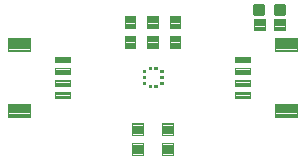
<source format=gtp>
G04 EAGLE Gerber RS-274X export*
G75*
%MOMM*%
%FSLAX34Y34*%
%LPD*%
%INSolderpaste Top*%
%IPPOS*%
%AMOC8*
5,1,8,0,0,1.08239X$1,22.5*%
G01*
%ADD10C,0.102600*%
%ADD11R,0.225000X0.200000*%
%ADD12R,0.200000X0.225000*%
%ADD13C,0.096000*%
%ADD14C,0.102000*%
%ADD15C,0.100000*%
%ADD16C,0.300000*%


D10*
X135532Y126253D02*
X133708Y126253D01*
X133708Y127927D01*
X135532Y127927D01*
X135532Y126253D01*
X135532Y127228D02*
X133708Y127228D01*
X133708Y131253D02*
X135532Y131253D01*
X133708Y131253D02*
X133708Y132927D01*
X135532Y132927D01*
X135532Y131253D01*
X135532Y132228D02*
X133708Y132228D01*
X133708Y121253D02*
X135532Y121253D01*
X133708Y121253D02*
X133708Y122927D01*
X135532Y122927D01*
X135532Y121253D01*
X135532Y122228D02*
X133708Y122228D01*
X120382Y126253D02*
X118558Y126253D01*
X118558Y127927D01*
X120382Y127927D01*
X120382Y126253D01*
X120382Y127228D02*
X118558Y127228D01*
X118558Y131253D02*
X120382Y131253D01*
X118558Y131253D02*
X118558Y132927D01*
X120382Y132927D01*
X120382Y131253D01*
X120382Y132228D02*
X118558Y132228D01*
X118558Y121253D02*
X120382Y121253D01*
X118558Y121253D02*
X118558Y122927D01*
X120382Y122927D01*
X120382Y121253D01*
X120382Y122228D02*
X118558Y122228D01*
X125457Y133828D02*
X125457Y135502D01*
X125457Y133828D02*
X123633Y133828D01*
X123633Y135502D01*
X125457Y135502D01*
X125457Y134803D02*
X123633Y134803D01*
X130457Y135502D02*
X130457Y133828D01*
X128633Y133828D01*
X128633Y135502D01*
X130457Y135502D01*
X130457Y134803D02*
X128633Y134803D01*
X125457Y120352D02*
X125457Y118678D01*
X123633Y118678D01*
X123633Y120352D01*
X125457Y120352D01*
X125457Y119653D02*
X123633Y119653D01*
X130457Y120352D02*
X130457Y118678D01*
X128633Y118678D01*
X128633Y120352D01*
X130457Y120352D01*
X130457Y119653D02*
X128633Y119653D01*
D11*
X119420Y132090D03*
X119420Y127090D03*
D12*
X129545Y119465D03*
X129545Y134715D03*
D11*
X134670Y122090D03*
D12*
X124545Y134715D03*
X124545Y119465D03*
D11*
X119420Y122090D03*
X134670Y132090D03*
X134670Y127090D03*
D13*
X4530Y149480D02*
X4530Y160520D01*
X23570Y160520D01*
X23570Y149480D01*
X4530Y149480D01*
X4530Y150392D02*
X23570Y150392D01*
X23570Y151304D02*
X4530Y151304D01*
X4530Y152216D02*
X23570Y152216D01*
X23570Y153128D02*
X4530Y153128D01*
X4530Y154040D02*
X23570Y154040D01*
X23570Y154952D02*
X4530Y154952D01*
X4530Y155864D02*
X23570Y155864D01*
X23570Y156776D02*
X4530Y156776D01*
X4530Y157688D02*
X23570Y157688D01*
X23570Y158600D02*
X4530Y158600D01*
X4530Y159512D02*
X23570Y159512D01*
X23570Y160424D02*
X4530Y160424D01*
X4530Y104520D02*
X4530Y93480D01*
X4530Y104520D02*
X23570Y104520D01*
X23570Y93480D01*
X4530Y93480D01*
X4530Y94392D02*
X23570Y94392D01*
X23570Y95304D02*
X4530Y95304D01*
X4530Y96216D02*
X23570Y96216D01*
X23570Y97128D02*
X4530Y97128D01*
X4530Y98040D02*
X23570Y98040D01*
X23570Y98952D02*
X4530Y98952D01*
X4530Y99864D02*
X23570Y99864D01*
X23570Y100776D02*
X4530Y100776D01*
X4530Y101688D02*
X23570Y101688D01*
X23570Y102600D02*
X4530Y102600D01*
X4530Y103512D02*
X23570Y103512D01*
X23570Y104424D02*
X4530Y104424D01*
D14*
X44560Y139510D02*
X44560Y144490D01*
X57040Y144490D01*
X57040Y139510D01*
X44560Y139510D01*
X44560Y140479D02*
X57040Y140479D01*
X57040Y141448D02*
X44560Y141448D01*
X44560Y142417D02*
X57040Y142417D01*
X57040Y143386D02*
X44560Y143386D01*
X44560Y144355D02*
X57040Y144355D01*
X44560Y134490D02*
X44560Y129510D01*
X44560Y134490D02*
X57040Y134490D01*
X57040Y129510D01*
X44560Y129510D01*
X44560Y130479D02*
X57040Y130479D01*
X57040Y131448D02*
X44560Y131448D01*
X44560Y132417D02*
X57040Y132417D01*
X57040Y133386D02*
X44560Y133386D01*
X44560Y134355D02*
X57040Y134355D01*
X44560Y124490D02*
X44560Y119510D01*
X44560Y124490D02*
X57040Y124490D01*
X57040Y119510D01*
X44560Y119510D01*
X44560Y120479D02*
X57040Y120479D01*
X57040Y121448D02*
X44560Y121448D01*
X44560Y122417D02*
X57040Y122417D01*
X57040Y123386D02*
X44560Y123386D01*
X44560Y124355D02*
X57040Y124355D01*
X44560Y114490D02*
X44560Y109510D01*
X44560Y114490D02*
X57040Y114490D01*
X57040Y109510D01*
X44560Y109510D01*
X44560Y110479D02*
X57040Y110479D01*
X57040Y111448D02*
X44560Y111448D01*
X44560Y112417D02*
X57040Y112417D01*
X57040Y113386D02*
X44560Y113386D01*
X44560Y114355D02*
X57040Y114355D01*
D13*
X249470Y104520D02*
X249470Y93480D01*
X230430Y93480D01*
X230430Y104520D01*
X249470Y104520D01*
X249470Y94392D02*
X230430Y94392D01*
X230430Y95304D02*
X249470Y95304D01*
X249470Y96216D02*
X230430Y96216D01*
X230430Y97128D02*
X249470Y97128D01*
X249470Y98040D02*
X230430Y98040D01*
X230430Y98952D02*
X249470Y98952D01*
X249470Y99864D02*
X230430Y99864D01*
X230430Y100776D02*
X249470Y100776D01*
X249470Y101688D02*
X230430Y101688D01*
X230430Y102600D02*
X249470Y102600D01*
X249470Y103512D02*
X230430Y103512D01*
X230430Y104424D02*
X249470Y104424D01*
X249470Y149480D02*
X249470Y160520D01*
X249470Y149480D02*
X230430Y149480D01*
X230430Y160520D01*
X249470Y160520D01*
X249470Y150392D02*
X230430Y150392D01*
X230430Y151304D02*
X249470Y151304D01*
X249470Y152216D02*
X230430Y152216D01*
X230430Y153128D02*
X249470Y153128D01*
X249470Y154040D02*
X230430Y154040D01*
X230430Y154952D02*
X249470Y154952D01*
X249470Y155864D02*
X230430Y155864D01*
X230430Y156776D02*
X249470Y156776D01*
X249470Y157688D02*
X230430Y157688D01*
X230430Y158600D02*
X249470Y158600D01*
X249470Y159512D02*
X230430Y159512D01*
X230430Y160424D02*
X249470Y160424D01*
D14*
X209440Y114490D02*
X209440Y109510D01*
X196960Y109510D01*
X196960Y114490D01*
X209440Y114490D01*
X209440Y110479D02*
X196960Y110479D01*
X196960Y111448D02*
X209440Y111448D01*
X209440Y112417D02*
X196960Y112417D01*
X196960Y113386D02*
X209440Y113386D01*
X209440Y114355D02*
X196960Y114355D01*
X209440Y119510D02*
X209440Y124490D01*
X209440Y119510D02*
X196960Y119510D01*
X196960Y124490D01*
X209440Y124490D01*
X209440Y120479D02*
X196960Y120479D01*
X196960Y121448D02*
X209440Y121448D01*
X209440Y122417D02*
X196960Y122417D01*
X196960Y123386D02*
X209440Y123386D01*
X209440Y124355D02*
X196960Y124355D01*
X209440Y129510D02*
X209440Y134490D01*
X209440Y129510D02*
X196960Y129510D01*
X196960Y134490D01*
X209440Y134490D01*
X209440Y130479D02*
X196960Y130479D01*
X196960Y131448D02*
X209440Y131448D01*
X209440Y132417D02*
X196960Y132417D01*
X196960Y133386D02*
X209440Y133386D01*
X209440Y134355D02*
X196960Y134355D01*
X209440Y139510D02*
X209440Y144490D01*
X209440Y139510D02*
X196960Y139510D01*
X196960Y144490D01*
X209440Y144490D01*
X209440Y140479D02*
X196960Y140479D01*
X196960Y141448D02*
X209440Y141448D01*
X209440Y142417D02*
X196960Y142417D01*
X196960Y143386D02*
X209440Y143386D01*
X209440Y144355D02*
X196960Y144355D01*
D15*
X131500Y151600D02*
X131500Y161600D01*
X131500Y151600D02*
X122500Y151600D01*
X122500Y161600D01*
X131500Y161600D01*
X131500Y152550D02*
X122500Y152550D01*
X122500Y153500D02*
X131500Y153500D01*
X131500Y154450D02*
X122500Y154450D01*
X122500Y155400D02*
X131500Y155400D01*
X131500Y156350D02*
X122500Y156350D01*
X122500Y157300D02*
X131500Y157300D01*
X131500Y158250D02*
X122500Y158250D01*
X122500Y159200D02*
X131500Y159200D01*
X131500Y160150D02*
X122500Y160150D01*
X122500Y161100D02*
X131500Y161100D01*
X131500Y168600D02*
X131500Y178600D01*
X131500Y168600D02*
X122500Y168600D01*
X122500Y178600D01*
X131500Y178600D01*
X131500Y169550D02*
X122500Y169550D01*
X122500Y170500D02*
X131500Y170500D01*
X131500Y171450D02*
X122500Y171450D01*
X122500Y172400D02*
X131500Y172400D01*
X131500Y173350D02*
X122500Y173350D01*
X122500Y174300D02*
X131500Y174300D01*
X131500Y175250D02*
X122500Y175250D01*
X122500Y176200D02*
X131500Y176200D01*
X131500Y177150D02*
X122500Y177150D01*
X122500Y178100D02*
X131500Y178100D01*
X118800Y71430D02*
X118800Y61430D01*
X109800Y61430D01*
X109800Y71430D01*
X118800Y71430D01*
X118800Y62380D02*
X109800Y62380D01*
X109800Y63330D02*
X118800Y63330D01*
X118800Y64280D02*
X109800Y64280D01*
X109800Y65230D02*
X118800Y65230D01*
X118800Y66180D02*
X109800Y66180D01*
X109800Y67130D02*
X118800Y67130D01*
X118800Y68080D02*
X109800Y68080D01*
X109800Y69030D02*
X118800Y69030D01*
X118800Y69980D02*
X109800Y69980D01*
X109800Y70930D02*
X118800Y70930D01*
X118800Y78430D02*
X118800Y88430D01*
X118800Y78430D02*
X109800Y78430D01*
X109800Y88430D01*
X118800Y88430D01*
X118800Y79380D02*
X109800Y79380D01*
X109800Y80330D02*
X118800Y80330D01*
X118800Y81280D02*
X109800Y81280D01*
X109800Y82230D02*
X118800Y82230D01*
X118800Y83180D02*
X109800Y83180D01*
X109800Y84130D02*
X118800Y84130D01*
X118800Y85080D02*
X109800Y85080D01*
X109800Y86030D02*
X118800Y86030D01*
X118800Y86980D02*
X109800Y86980D01*
X109800Y87930D02*
X118800Y87930D01*
X135200Y88430D02*
X135200Y78430D01*
X135200Y88430D02*
X144200Y88430D01*
X144200Y78430D01*
X135200Y78430D01*
X135200Y79380D02*
X144200Y79380D01*
X144200Y80330D02*
X135200Y80330D01*
X135200Y81280D02*
X144200Y81280D01*
X144200Y82230D02*
X135200Y82230D01*
X135200Y83180D02*
X144200Y83180D01*
X144200Y84130D02*
X135200Y84130D01*
X135200Y85080D02*
X144200Y85080D01*
X144200Y86030D02*
X135200Y86030D01*
X135200Y86980D02*
X144200Y86980D01*
X144200Y87930D02*
X135200Y87930D01*
X135200Y71430D02*
X135200Y61430D01*
X135200Y71430D02*
X144200Y71430D01*
X144200Y61430D01*
X135200Y61430D01*
X135200Y62380D02*
X144200Y62380D01*
X144200Y63330D02*
X135200Y63330D01*
X135200Y64280D02*
X144200Y64280D01*
X144200Y65230D02*
X135200Y65230D01*
X135200Y66180D02*
X144200Y66180D01*
X144200Y67130D02*
X135200Y67130D01*
X135200Y68080D02*
X144200Y68080D01*
X144200Y69030D02*
X135200Y69030D01*
X135200Y69980D02*
X144200Y69980D01*
X144200Y70930D02*
X135200Y70930D01*
X103450Y168600D02*
X103450Y178600D01*
X112450Y178600D01*
X112450Y168600D01*
X103450Y168600D01*
X103450Y169550D02*
X112450Y169550D01*
X112450Y170500D02*
X103450Y170500D01*
X103450Y171450D02*
X112450Y171450D01*
X112450Y172400D02*
X103450Y172400D01*
X103450Y173350D02*
X112450Y173350D01*
X112450Y174300D02*
X103450Y174300D01*
X103450Y175250D02*
X112450Y175250D01*
X112450Y176200D02*
X103450Y176200D01*
X103450Y177150D02*
X112450Y177150D01*
X112450Y178100D02*
X103450Y178100D01*
X103450Y161600D02*
X103450Y151600D01*
X103450Y161600D02*
X112450Y161600D01*
X112450Y151600D01*
X103450Y151600D01*
X103450Y152550D02*
X112450Y152550D01*
X112450Y153500D02*
X103450Y153500D01*
X103450Y154450D02*
X112450Y154450D01*
X112450Y155400D02*
X103450Y155400D01*
X103450Y156350D02*
X112450Y156350D01*
X112450Y157300D02*
X103450Y157300D01*
X103450Y158250D02*
X112450Y158250D01*
X112450Y159200D02*
X103450Y159200D01*
X103450Y160150D02*
X112450Y160150D01*
X112450Y161100D02*
X103450Y161100D01*
X150550Y161600D02*
X150550Y151600D01*
X141550Y151600D01*
X141550Y161600D01*
X150550Y161600D01*
X150550Y152550D02*
X141550Y152550D01*
X141550Y153500D02*
X150550Y153500D01*
X150550Y154450D02*
X141550Y154450D01*
X141550Y155400D02*
X150550Y155400D01*
X150550Y156350D02*
X141550Y156350D01*
X141550Y157300D02*
X150550Y157300D01*
X150550Y158250D02*
X141550Y158250D01*
X141550Y159200D02*
X150550Y159200D01*
X150550Y160150D02*
X141550Y160150D01*
X141550Y161100D02*
X150550Y161100D01*
X150550Y168600D02*
X150550Y178600D01*
X150550Y168600D02*
X141550Y168600D01*
X141550Y178600D01*
X150550Y178600D01*
X150550Y169550D02*
X141550Y169550D01*
X141550Y170500D02*
X150550Y170500D01*
X150550Y171450D02*
X141550Y171450D01*
X141550Y172400D02*
X150550Y172400D01*
X150550Y173350D02*
X141550Y173350D01*
X141550Y174300D02*
X150550Y174300D01*
X150550Y175250D02*
X141550Y175250D01*
X141550Y176200D02*
X150550Y176200D01*
X150550Y177150D02*
X141550Y177150D01*
X141550Y178100D02*
X150550Y178100D01*
D16*
X231330Y180650D02*
X231330Y187650D01*
X238330Y187650D01*
X238330Y180650D01*
X231330Y180650D01*
X231330Y183500D02*
X238330Y183500D01*
X238330Y186350D02*
X231330Y186350D01*
X213790Y187650D02*
X213790Y180650D01*
X213790Y187650D02*
X220790Y187650D01*
X220790Y180650D01*
X213790Y180650D01*
X213790Y183500D02*
X220790Y183500D01*
X220790Y186350D02*
X213790Y186350D01*
D15*
X212560Y166950D02*
X222560Y166950D01*
X212560Y166950D02*
X212560Y175950D01*
X222560Y175950D01*
X222560Y166950D01*
X222560Y167900D02*
X212560Y167900D01*
X212560Y168850D02*
X222560Y168850D01*
X222560Y169800D02*
X212560Y169800D01*
X212560Y170750D02*
X222560Y170750D01*
X222560Y171700D02*
X212560Y171700D01*
X212560Y172650D02*
X222560Y172650D01*
X222560Y173600D02*
X212560Y173600D01*
X212560Y174550D02*
X222560Y174550D01*
X222560Y175500D02*
X212560Y175500D01*
X229560Y166950D02*
X239560Y166950D01*
X229560Y166950D02*
X229560Y175950D01*
X239560Y175950D01*
X239560Y166950D01*
X239560Y167900D02*
X229560Y167900D01*
X229560Y168850D02*
X239560Y168850D01*
X239560Y169800D02*
X229560Y169800D01*
X229560Y170750D02*
X239560Y170750D01*
X239560Y171700D02*
X229560Y171700D01*
X229560Y172650D02*
X239560Y172650D01*
X239560Y173600D02*
X229560Y173600D01*
X229560Y174550D02*
X239560Y174550D01*
X239560Y175500D02*
X229560Y175500D01*
M02*

</source>
